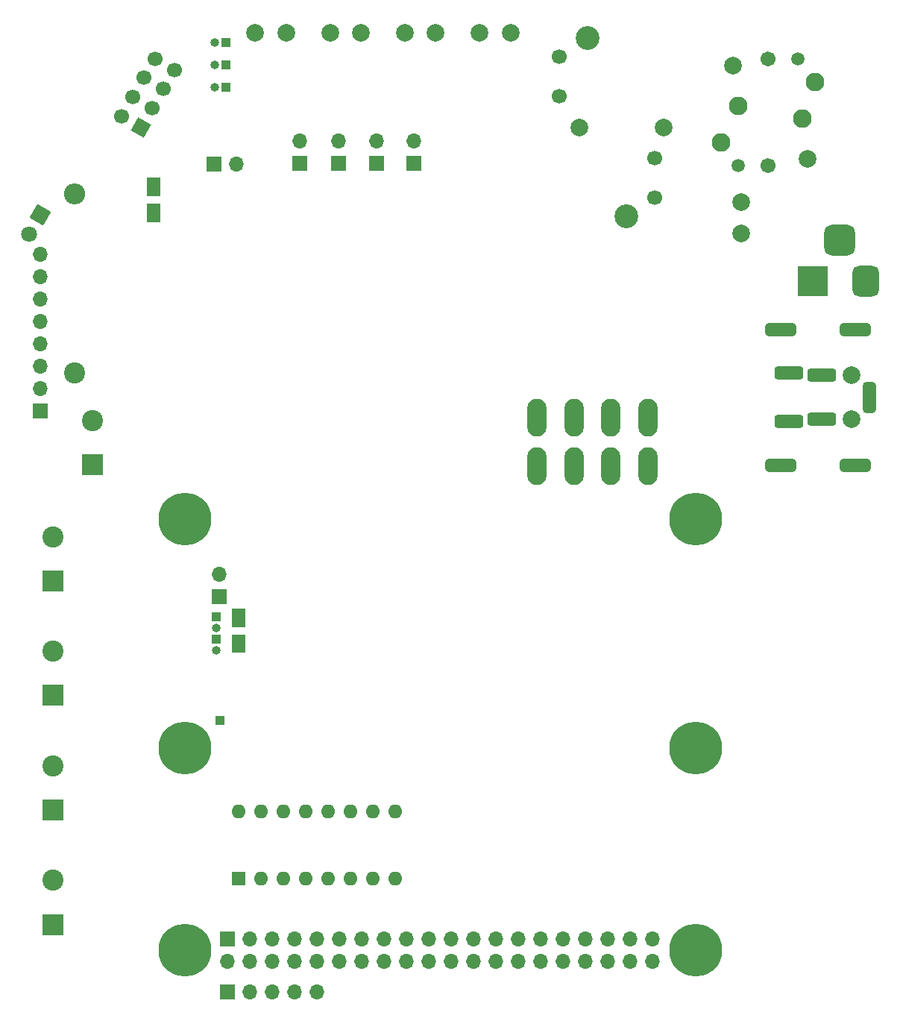
<source format=gbs>
G04 #@! TF.GenerationSoftware,KiCad,Pcbnew,(6.0.5-0)*
G04 #@! TF.CreationDate,2023-01-18T02:57:05+09:00*
G04 #@! TF.ProjectId,qPCR-main,71504352-2d6d-4616-996e-2e6b69636164,rev?*
G04 #@! TF.SameCoordinates,Original*
G04 #@! TF.FileFunction,Soldermask,Bot*
G04 #@! TF.FilePolarity,Negative*
%FSLAX46Y46*%
G04 Gerber Fmt 4.6, Leading zero omitted, Abs format (unit mm)*
G04 Created by KiCad (PCBNEW (6.0.5-0)) date 2023-01-18 02:57:05*
%MOMM*%
%LPD*%
G01*
G04 APERTURE LIST*
G04 Aperture macros list*
%AMRoundRect*
0 Rectangle with rounded corners*
0 $1 Rounding radius*
0 $2 $3 $4 $5 $6 $7 $8 $9 X,Y pos of 4 corners*
0 Add a 4 corners polygon primitive as box body*
4,1,4,$2,$3,$4,$5,$6,$7,$8,$9,$2,$3,0*
0 Add four circle primitives for the rounded corners*
1,1,$1+$1,$2,$3*
1,1,$1+$1,$4,$5*
1,1,$1+$1,$6,$7*
1,1,$1+$1,$8,$9*
0 Add four rect primitives between the rounded corners*
20,1,$1+$1,$2,$3,$4,$5,0*
20,1,$1+$1,$4,$5,$6,$7,0*
20,1,$1+$1,$6,$7,$8,$9,0*
20,1,$1+$1,$8,$9,$2,$3,0*%
%AMHorizOval*
0 Thick line with rounded ends*
0 $1 width*
0 $2 $3 position (X,Y) of the first rounded end (center of the circle)*
0 $4 $5 position (X,Y) of the second rounded end (center of the circle)*
0 Add line between two ends*
20,1,$1,$2,$3,$4,$5,0*
0 Add two circle primitives to create the rounded ends*
1,1,$1,$2,$3*
1,1,$1,$4,$5*%
%AMRotRect*
0 Rectangle, with rotation*
0 The origin of the aperture is its center*
0 $1 length*
0 $2 width*
0 $3 Rotation angle, in degrees counterclockwise*
0 Add horizontal line*
21,1,$1,$2,0,0,$3*%
%AMFreePoly0*
4,1,6,1.000000,0.000000,0.500000,-0.750000,-0.500000,-0.750000,-0.500000,0.750000,0.500000,0.750000,1.000000,0.000000,1.000000,0.000000,$1*%
G04 Aperture macros list end*
%ADD10R,1.700000X1.700000*%
%ADD11O,1.700000X1.700000*%
%ADD12C,2.000000*%
%ADD13R,2.400000X2.400000*%
%ADD14C,2.400000*%
%ADD15R,1.600000X1.600000*%
%ADD16O,1.600000X1.600000*%
%ADD17C,2.108200*%
%ADD18C,1.498600*%
%ADD19C,1.701800*%
%ADD20C,2.006600*%
%ADD21C,2.700000*%
%ADD22C,1.700000*%
%ADD23R,3.500000X3.500000*%
%ADD24RoundRect,0.750000X0.750000X1.000000X-0.750000X1.000000X-0.750000X-1.000000X0.750000X-1.000000X0*%
%ADD25RoundRect,0.875000X0.875000X0.875000X-0.875000X0.875000X-0.875000X-0.875000X0.875000X-0.875000X0*%
%ADD26R,1.000000X1.000000*%
%ADD27O,1.000000X1.000000*%
%ADD28O,2.400000X2.400000*%
%ADD29C,6.000000*%
%ADD30RotRect,1.700000X1.700000X150.000000*%
%ADD31HorizOval,1.700000X0.000000X0.000000X0.000000X0.000000X0*%
%ADD32RoundRect,0.375000X1.275000X-0.375000X1.275000X0.375000X-1.275000X0.375000X-1.275000X-0.375000X0*%
%ADD33RoundRect,0.375000X0.375000X1.375000X-0.375000X1.375000X-0.375000X-1.375000X0.375000X-1.375000X0*%
%ADD34RoundRect,0.375000X-1.375000X0.375000X-1.375000X-0.375000X1.375000X-0.375000X1.375000X0.375000X0*%
%ADD35R,1.500000X1.500000*%
%ADD36FreePoly0,90.000000*%
%ADD37FreePoly0,270.000000*%
%ADD38RotRect,1.800000X1.800000X240.000000*%
%ADD39C,1.800000*%
%ADD40O,2.201600X4.301600*%
G04 APERTURE END LIST*
D10*
X105370000Y-148000000D03*
D11*
X107910000Y-148000000D03*
X110450000Y-148000000D03*
X112990000Y-148000000D03*
X115530000Y-148000000D03*
D12*
X129000000Y-39100000D03*
X125500000Y-39100000D03*
D10*
X104399994Y-103105001D03*
D11*
X104399994Y-100565001D03*
D10*
X84095000Y-81985000D03*
D11*
X84095000Y-79445000D03*
X84095000Y-76905000D03*
X84095000Y-74365000D03*
X84095000Y-71825000D03*
X84095000Y-69285000D03*
X84095000Y-66745000D03*
X84095000Y-64205000D03*
D13*
X85546006Y-101319990D03*
D14*
X85546006Y-96319990D03*
D13*
X85546006Y-114319990D03*
D14*
X85546006Y-109319990D03*
D13*
X85546006Y-127319989D03*
D14*
X85546006Y-122319989D03*
D13*
X85546006Y-140319989D03*
D14*
X85546006Y-135319989D03*
D13*
X90030000Y-88090000D03*
D14*
X90030000Y-83090000D03*
D12*
X137500000Y-39100000D03*
X134000000Y-39100000D03*
X120500000Y-39100000D03*
X117000000Y-39100000D03*
D15*
X106585004Y-135149996D03*
D16*
X109125004Y-135149996D03*
X111665004Y-135149996D03*
X114205004Y-135149996D03*
X116745004Y-135149996D03*
X119285004Y-135149996D03*
X121825004Y-135149996D03*
X124365004Y-135149996D03*
X124365004Y-127529996D03*
X121825004Y-127529996D03*
X119285004Y-127529996D03*
X116745004Y-127529996D03*
X114205004Y-127529996D03*
X111665004Y-127529996D03*
X109125004Y-127529996D03*
X106585004Y-127529996D03*
D12*
X163669312Y-61854869D03*
X163669312Y-58354869D03*
D17*
X172059312Y-44714869D03*
D18*
X170109312Y-42064869D03*
D19*
X166709312Y-42064869D03*
D20*
X162759312Y-42864869D03*
D17*
X163359312Y-47364869D03*
X161359312Y-51514869D03*
D18*
X163309312Y-54164869D03*
D19*
X166709312Y-54164869D03*
D20*
X171259312Y-53364869D03*
D17*
X170659312Y-48864869D03*
D21*
X146249312Y-39724869D03*
D22*
X142999312Y-41824869D03*
X142999312Y-46324869D03*
D12*
X145349312Y-49824869D03*
X154849312Y-49824869D03*
D22*
X153899312Y-53324869D03*
X153899312Y-57824869D03*
D21*
X150649312Y-59924869D03*
D23*
X171828993Y-67310000D03*
D24*
X177828993Y-67310000D03*
D25*
X174828993Y-62610000D03*
D12*
X112000000Y-39100000D03*
X108500000Y-39100000D03*
D10*
X122292008Y-53920949D03*
D11*
X122292008Y-51380949D03*
D10*
X126483008Y-53920949D03*
D11*
X126483008Y-51380949D03*
D26*
X105210000Y-45300000D03*
D27*
X103940000Y-45300000D03*
D26*
X105210000Y-42760000D03*
D27*
X103940000Y-42760000D03*
D26*
X105210000Y-40220000D03*
D27*
X103940000Y-40220000D03*
D10*
X117974999Y-53920949D03*
D11*
X117974999Y-51380949D03*
D10*
X113530000Y-53920945D03*
D11*
X113530000Y-51380945D03*
D14*
X88000000Y-77725000D03*
D28*
X88000000Y-57405000D03*
D29*
X158499995Y-120269995D03*
X100499995Y-94269995D03*
X158499995Y-143269995D03*
X158499995Y-94269995D03*
X100499995Y-120269995D03*
X100499995Y-143269995D03*
D10*
X105369995Y-141999995D03*
D11*
X105369995Y-144539995D03*
X107909995Y-141999995D03*
X107909995Y-144539995D03*
X110449995Y-141999995D03*
X110449995Y-144539995D03*
X112989995Y-141999995D03*
X112989995Y-144539995D03*
X115529995Y-141999995D03*
X115529995Y-144539995D03*
X118069995Y-141999995D03*
X118069995Y-144539995D03*
X120609995Y-141999995D03*
X120609995Y-144539995D03*
X123149995Y-141999995D03*
X123149995Y-144539995D03*
X125689995Y-141999995D03*
X125689995Y-144539995D03*
X128229995Y-141999995D03*
X128229995Y-144539995D03*
X130769995Y-141999995D03*
X130769995Y-144539995D03*
X133309995Y-141999995D03*
X133309995Y-144539995D03*
X135849995Y-141999995D03*
X135849995Y-144539995D03*
X138389995Y-141999995D03*
X138389995Y-144539995D03*
X140929995Y-141999995D03*
X140929995Y-144539995D03*
X143469995Y-141999995D03*
X143469995Y-144539995D03*
X146009995Y-141999995D03*
X146009995Y-144539995D03*
X148549995Y-141999995D03*
X148549995Y-144539995D03*
X151089995Y-141999995D03*
X151089995Y-144539995D03*
X153629995Y-141999995D03*
X153629995Y-144539995D03*
D30*
X95524183Y-49888397D03*
D31*
X93324478Y-48618397D03*
X96794183Y-47688692D03*
X94594478Y-46418692D03*
X98064183Y-45488988D03*
X95864478Y-44218988D03*
X99334183Y-43289283D03*
X97134478Y-42019283D03*
D12*
X176250008Y-77975988D03*
X176250008Y-82975988D03*
D32*
X169100008Y-83225988D03*
X169100008Y-77725988D03*
X172850008Y-82975988D03*
X172850008Y-77975988D03*
D33*
X178250008Y-80475988D03*
D34*
X168150008Y-88175988D03*
X176650008Y-88175988D03*
X168150008Y-72775988D03*
X176650008Y-72775988D03*
D10*
X103850000Y-53985000D03*
D11*
X106390000Y-53985000D03*
D35*
X96990000Y-59260000D03*
X96990000Y-56860000D03*
D36*
X96990000Y-60060000D03*
D37*
X96990000Y-56060000D03*
D38*
X84130000Y-59719988D03*
D39*
X82860000Y-61919693D03*
D26*
X104510000Y-117200000D03*
D35*
X106650000Y-105780000D03*
X106650000Y-108180000D03*
D36*
X106650000Y-108980000D03*
D37*
X106650000Y-104980000D03*
D40*
X140490004Y-88250007D03*
X144690004Y-88250007D03*
X148890004Y-88250007D03*
X153090004Y-88250007D03*
X140490004Y-82750007D03*
X144690004Y-82750007D03*
X148890004Y-82750007D03*
X153090004Y-82750007D03*
D26*
X104069998Y-107890005D03*
D27*
X104069998Y-109160005D03*
D26*
X104069998Y-105350005D03*
D27*
X104069998Y-106620005D03*
M02*

</source>
